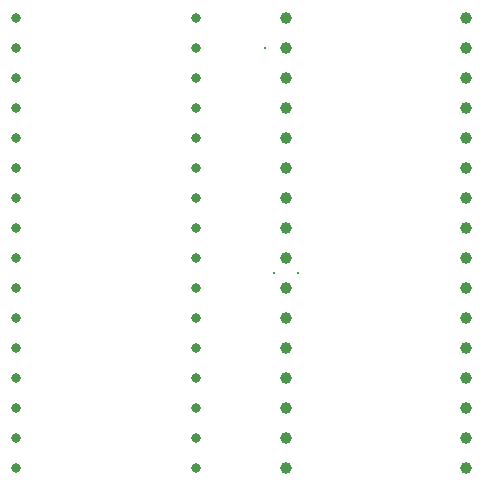
<source format=gbr>
%TF.GenerationSoftware,KiCad,Pcbnew,9.0.6*%
%TF.CreationDate,2026-01-11T11:51:12+09:00*%
%TF.ProjectId,MH02052021321Z2_1Mbit_eprom_adaptor,4d483032-3035-4323-9032-313332315a32,rev?*%
%TF.SameCoordinates,Original*%
%TF.FileFunction,Plated,1,2,PTH,Drill*%
%TF.FilePolarity,Positive*%
%FSLAX46Y46*%
G04 Gerber Fmt 4.6, Leading zero omitted, Abs format (unit mm)*
G04 Created by KiCad (PCBNEW 9.0.6) date 2026-01-11 11:51:12*
%MOMM*%
%LPD*%
G01*
G04 APERTURE LIST*
%TA.AperFunction,ViaDrill*%
%ADD10C,0.300000*%
%TD*%
%TA.AperFunction,ComponentDrill*%
%ADD11C,0.800000*%
%TD*%
%TA.AperFunction,ComponentDrill*%
%ADD12C,1.000000*%
%TD*%
G04 APERTURE END LIST*
D10*
X115062000Y-55880000D03*
X115824000Y-74930000D03*
X117856000Y-74930000D03*
D11*
%TO.C,J1*%
X93974500Y-53340000D03*
X93974500Y-55880000D03*
X93974500Y-58420000D03*
X93974500Y-60960000D03*
X93974500Y-63500000D03*
X93974500Y-66040000D03*
X93974500Y-68580000D03*
X93974500Y-71120000D03*
X93974500Y-73660000D03*
X93974500Y-76200000D03*
X93974500Y-78740000D03*
X93974500Y-81280000D03*
X93974500Y-83820000D03*
X93974500Y-86360000D03*
X93974500Y-88900000D03*
X93974500Y-91440000D03*
X109214500Y-53340000D03*
X109214500Y-55880000D03*
X109214500Y-58420000D03*
X109214500Y-60960000D03*
X109214500Y-63500000D03*
X109214500Y-66040000D03*
X109214500Y-68580000D03*
X109214500Y-71120000D03*
X109214500Y-73660000D03*
X109214500Y-76200000D03*
X109214500Y-78740000D03*
X109214500Y-81280000D03*
X109214500Y-83820000D03*
X109214500Y-86360000D03*
X109214500Y-88900000D03*
X109214500Y-91440000D03*
D12*
%TO.C,J2*%
X116840000Y-53340000D03*
X116840000Y-55880000D03*
X116840000Y-58420000D03*
X116840000Y-60960000D03*
X116840000Y-63500000D03*
X116840000Y-66040000D03*
X116840000Y-68580000D03*
X116840000Y-71120000D03*
X116840000Y-73660000D03*
X116840000Y-76200000D03*
X116840000Y-78740000D03*
X116840000Y-81280000D03*
X116840000Y-83820000D03*
X116840000Y-86360000D03*
X116840000Y-88900000D03*
X116840000Y-91440000D03*
X132080000Y-53340000D03*
X132080000Y-55880000D03*
X132080000Y-58420000D03*
X132080000Y-60960000D03*
X132080000Y-63500000D03*
X132080000Y-66040000D03*
X132080000Y-68580000D03*
X132080000Y-71120000D03*
X132080000Y-73660000D03*
X132080000Y-76200000D03*
X132080000Y-78740000D03*
X132080000Y-81280000D03*
X132080000Y-83820000D03*
X132080000Y-86360000D03*
X132080000Y-88900000D03*
X132080000Y-91440000D03*
M02*

</source>
